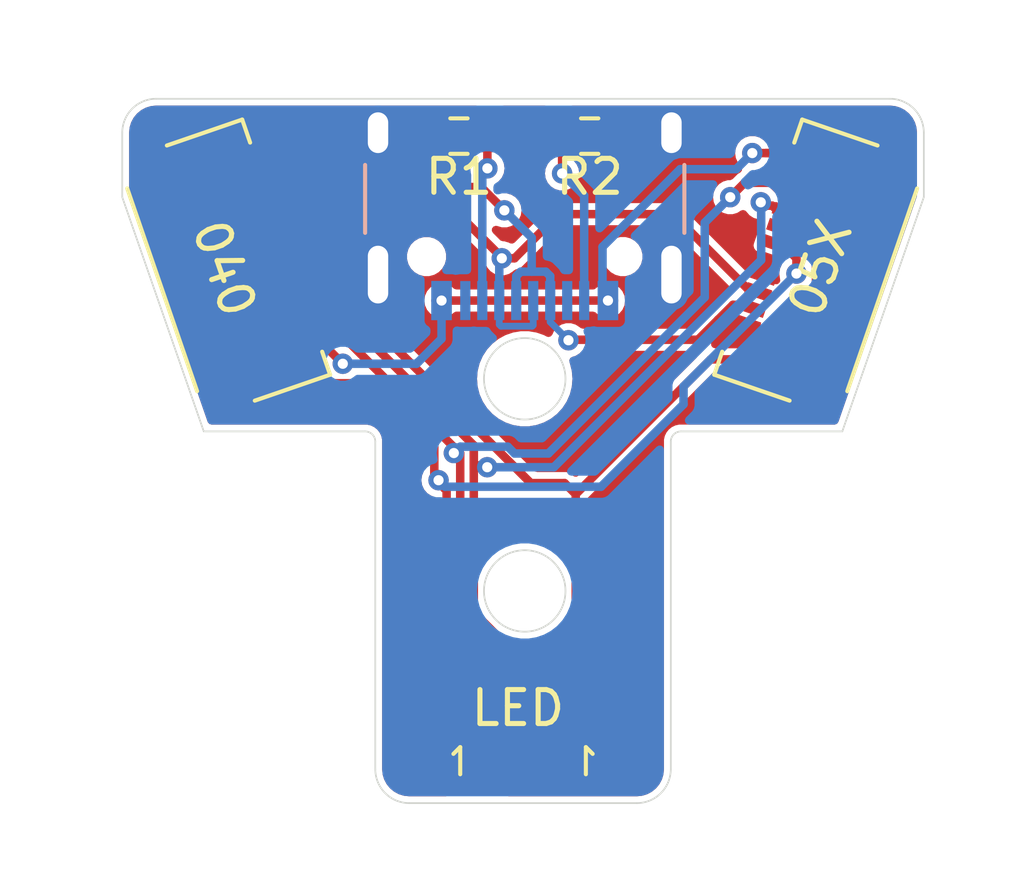
<source format=kicad_pcb>
(kicad_pcb (version 20241229) (generator "pcbnew") (generator_version "9.0")
  (layers (0 "F.Cu" signal) (2 "B.Cu" signal) (13 "F.Paste" user) (15 "B.Paste" user) (5 "F.SilkS" user "F.Silkscreen") (7 "B.SilkS" user "B.Silkscreen") (1 "F.Mask" user) (3 "B.Mask" user) (25 "Edge.Cuts" user))
  (net 0 "")
  (net 1 "GND")
  (net 2 "/vcc")
  (net 3 "Net-(J1-PadB8)")
  (net 4 "Net-(J1-PadA5)")
  (net 5 "/d-")
  (net 6 "/d+")
  (net 7 "Net-(J1-PadA8)")
  (net 8 "Net-(J1-PadB5)")
  (net 9 "Net-(D1-Pad1)")
  (net 10 "Net-(D1-Pad2)")
  (net 11 "Net-(D1-Pad3)")
  (net 12 "Net-(D1-Pad4)")
  (net 13 "Net-(J2-Pad4)")
  (net 14 "Net-(J2-Pad3)")
  (net 15 "Net-(J3-Pad3)")
  (net 16 "Net-(J3-Pad4)")
  (footprint "Resistor_SMD:R_0603_1608Metric_Pad0.98x0.95mm_HandSolder" (layer "F.Cu") (at 140.5125 66.1 180)
    (property "Reference" "R2" (at 0 -1.2 0) (layer "F.SilkS"))
    (property "Value" "5.1k")
    (fp_line (start -0.254724 0.5225) (end 0.254724 0.5225) (stroke (width 0.12)) (layer "F.SilkS"))
    (fp_line (start -0.254724 -0.5225) (end 0.254724 -0.5225) (stroke (width 0.12)) (layer "F.SilkS"))
    (pad "1" smd roundrect (at -0.9125 0 180) (size 0.975 0.95) (layers "F.Cu" "F.Mask" "F.Paste") (net 1 "GND"))
    (pad "2" smd roundrect (at 0.9125 0 180) (size 0.975 0.95) (layers "F.Cu" "F.Mask" "F.Paste") (net 8 "Net-(J1-PadB5)"))
  )
  (footprint "MSL0601RGBU1:LED_MSL0601RGBU1" (layer "F.Cu") (at 138.4 84.5)
    (property "Reference" "D1" (hide yes))
    (property "Value" "LED" (at 0 -1.55 0) (layer "F.SilkS"))
    (fp_line (start -1.7 -0.4) (end -1.9 -0.2) (stroke (width 0.12)) (layer "F.SilkS"))
    (fp_line (start -1.7 -0.4) (end -1.7 0.4) (stroke (width 0.12)) (layer "F.SilkS"))
    (fp_line (start 2 -0.4) (end 2 0.4) (stroke (width 0.12)) (layer "F.SilkS"))
    (fp_line (start 2 -0.4) (end 2.2 -0.2) (stroke (width 0.12)) (layer "F.SilkS"))
    (pad "1" smd rect (at -1.2 0) (size 0.6 0.85) (layers "F.Cu" "F.Mask" "F.Paste") (net 9 "Net-(D1-Pad1)"))
    (pad "2" smd rect (at -0.3 0) (size 0.6 0.85) (layers "F.Cu" "F.Mask" "F.Paste") (net 10 "Net-(D1-Pad2)"))
    (pad "3" smd rect (at 0.6 0) (size 0.6 0.85) (layers "F.Cu" "F.Mask" "F.Paste") (net 11 "Net-(D1-Pad3)"))
    (pad "4" smd rect (at 1.5 0) (size 0.6 0.85) (layers "F.Cu" "F.Mask" "F.Paste") (net 12 "Net-(D1-Pad4)"))
  )
  (footprint "Molex 503480-1200:503480-1200" (layer "F.Cu") (at 129.75 70 -71)
    (property "Reference" "J2" (hide yes))
    (property "Value" "040" (at 0 0 289) (layer "F.SilkS"))
    (fp_line (start -3.1585 1.9304) (end 3.1585 1.9304) (stroke (width 0.12)) (layer "F.SilkS"))
    (fp_line (start -3.9751 -1.9304) (end -3.9751 0.41492) (stroke (width 0.12)) (layer "F.SilkS"))
    (fp_line (start -3.257345 -1.9304) (end -3.9751 -1.9304) (stroke (width 0.12)) (layer "F.SilkS"))
    (fp_line (start 3.9751 0.414919) (end 3.9751 -1.9304) (stroke (width 0.12)) (layer "F.SilkS"))
    (fp_line (start 3.9751 -1.9304) (end 3.257345 -1.9304) (stroke (width 0.12)) (layer "F.SilkS"))
    (pad "1" smd rect (at -2.75 -1.5034 289) (size 0.3556 0.762) (layers "F.Cu" "F.Mask" "F.Paste") (net 1 "GND"))
    (pad "2" smd rect (at -2.250001 -1.5034 289) (size 0.3556 0.762) (layers "F.Cu" "F.Mask" "F.Paste") (net 1 "GND"))
    (pad "3" smd rect (at -1.749999 -1.5034 289) (size 0.3556 0.762) (layers "F.Cu" "F.Mask" "F.Paste") (net 14 "Net-(J2-Pad3)"))
    (pad "4" smd rect (at -1.25 -1.503399 289) (size 0.3556 0.762) (layers "F.Cu" "F.Mask" "F.Paste") (net 13 "Net-(J2-Pad4)"))
    (pad "5" smd rect (at -0.750001 -1.5034 289) (size 0.3556 0.762) (layers "F.Cu" "F.Mask" "F.Paste") (net 1 "GND"))
    (pad "6" smd rect (at -0.25 -1.5034 289) (size 0.3556 0.762) (layers "F.Cu" "F.Mask" "F.Paste") (net 1 "GND"))
    (pad "7" smd rect (at 0.25 -1.5034 289) (size 0.3556 0.762) (layers "F.Cu" "F.Mask" "F.Paste") (net 10 "Net-(D1-Pad2)"))
    (pad "8" smd rect (at 0.750001 -1.5034 289) (size 0.3556 0.762) (layers "F.Cu" "F.Mask" "F.Paste") (net 12 "Net-(D1-Pad4)"))
    (pad "9" smd rect (at 1.25 -1.5034 289) (size 0.3556 0.762) (layers "F.Cu" "F.Mask" "F.Paste") (net 11 "Net-(D1-Pad3)"))
    (pad "10" smd rect (at 1.749999 -1.503401 289) (size 0.3556 0.762) (layers "F.Cu" "F.Mask" "F.Paste") (net 9 "Net-(D1-Pad1)"))
    (pad "11" smd rect (at 2.250001 -1.5034 289) (size 0.3556 0.762) (layers "F.Cu" "F.Mask" "F.Paste") (net 2 "/vcc"))
    (pad "12" smd rect (at 2.75 -1.5034 289) (size 0.3556 0.762) (layers "F.Cu" "F.Mask" "F.Paste") (net 2 "/vcc"))
    (pad "13" smd rect (at -3.540001 1.1466 289) (size 0.3556 1.0414) (layers "F.Cu" "F.Mask" "F.Paste") (net 1 "GND"))
    (pad "14" smd rect (at 3.540001 1.1466 289) (size 0.3556 1.0414) (layers "F.Cu" "F.Mask" "F.Paste") (net 1 "GND"))
  )
  (footprint "Molex 503480-1200:503480-1200" (layer "F.Cu") (at 147.3 70 71)
    (property "Reference" "J3" (hide yes))
    (property "Value" "05X" (at 0 0 71) (layer "F.SilkS"))
    (fp_line (start -3.9751 -1.9304) (end -3.9751 0.414919) (stroke (width 0.12)) (layer "F.SilkS"))
    (fp_line (start -3.257345 -1.9304) (end -3.9751 -1.9304) (stroke (width 0.12)) (layer "F.SilkS"))
    (fp_line (start 3.9751 -1.9304) (end 3.257345 -1.9304) (stroke (width 0.12)) (layer "F.SilkS"))
    (fp_line (start -3.1585 1.9304) (end 3.1585 1.9304) (stroke (width 0.12)) (layer "F.SilkS"))
    (fp_line (start 3.9751 0.41492) (end 3.9751 -1.9304) (stroke (width 0.12)) (layer "F.SilkS"))
    (pad "1" smd rect (at -2.75 -1.5034 71) (size 0.3556 0.762) (layers "F.Cu" "F.Mask" "F.Paste") (net 1 "GND"))
    (pad "2" smd rect (at -2.250001 -1.5034 71) (size 0.3556 0.762) (layers "F.Cu" "F.Mask" "F.Paste") (net 1 "GND"))
    (pad "3" smd rect (at -1.749999 -1.503401 71) (size 0.3556 0.762) (layers "F.Cu" "F.Mask" "F.Paste") (net 15 "Net-(J3-Pad3)"))
    (pad "4" smd rect (at -1.25 -1.5034 71) (size 0.3556 0.762) (layers "F.Cu" "F.Mask" "F.Paste") (net 16 "Net-(J3-Pad4)"))
    (pad "5" smd rect (at -0.750001 -1.5034 71) (size 0.3556 0.762) (layers "F.Cu" "F.Mask" "F.Paste") (net 1 "GND"))
    (pad "6" smd rect (at -0.25 -1.5034 71) (size 0.3556 0.762) (layers "F.Cu" "F.Mask" "F.Paste") (net 1 "GND"))
    (pad "7" smd rect (at 0.25 -1.5034 71) (size 0.3556 0.762) (layers "F.Cu" "F.Mask" "F.Paste") (net 10 "Net-(D1-Pad2)"))
    (pad "8" smd rect (at 0.750001 -1.5034 71) (size 0.3556 0.762) (layers "F.Cu" "F.Mask" "F.Paste") (net 12 "Net-(D1-Pad4)"))
    (pad "9" smd rect (at 1.25 -1.503399 71) (size 0.3556 0.762) (layers "F.Cu" "F.Mask" "F.Paste") (net 11 "Net-(D1-Pad3)"))
    (pad "10" smd rect (at 1.749999 -1.5034 71) (size 0.3556 0.762) (layers "F.Cu" "F.Mask" "F.Paste") (net 9 "Net-(D1-Pad1)"))
    (pad "11" smd rect (at 2.250001 -1.5034 71) (size 0.3556 0.762) (layers "F.Cu" "F.Mask" "F.Paste") (net 2 "/vcc"))
    (pad "12" smd rect (at 2.75 -1.5034 71) (size 0.3556 0.762) (layers "F.Cu" "F.Mask" "F.Paste") (net 2 "/vcc"))
    (pad "13" smd rect (at -3.540001 1.1466 71) (size 0.3556 1.0414) (layers "F.Cu" "F.Mask" "F.Paste") (net 1 "GND"))
    (pad "14" smd rect (at 3.540001 1.1466 71) (size 0.3556 1.0414) (layers "F.Cu" "F.Mask" "F.Paste") (net 1 "GND"))
  )
  (footprint "Resistor_SMD:R_0603_1608Metric_Pad0.98x0.95mm_HandSolder" (layer "F.Cu") (at 136.6625 66.1 180)
    (property "Reference" "R1" (at 0 -1.2 0) (layer "F.SilkS"))
    (property "Value" "5.1k")
    (fp_line (start -0.254724 0.5225) (end 0.254724 0.5225) (stroke (width 0.12)) (layer "F.SilkS"))
    (fp_line (start -0.254724 -0.5225) (end 0.254724 -0.5225) (stroke (width 0.12)) (layer "F.SilkS"))
    (pad "1" smd roundrect (at -0.9125 0 180) (size 0.975 0.95) (layers "F.Cu" "F.Mask" "F.Paste") (net 4 "Net-(J1-PadA5)"))
    (pad "2" smd roundrect (at 0.9125 0 180) (size 0.975 0.95) (layers "F.Cu" "F.Mask" "F.Paste") (net 1 "GND"))
  )
  (footprint "Connector_USB:USB_C_Receptacle_HRO_TYPE-C-31-M-12" (layer "B.Cu") (at 138.6 67.05)
    (property "Reference" "J1" (hide yes))
    (property "Value" "USB" (hide yes))
    (fp_line (start -4.7 1.9) (end -4.7 -0.1) (stroke (width 0.12)) (layer "B.SilkS"))
    (fp_line (start 4.7 1.9) (end 4.7 -0.1) (stroke (width 0.12)) (layer "B.SilkS"))
    (pad "" np_thru_hole circle (at -2.89 2.6) (size 0.65 0.65) (drill 0.65) (layers "*.Cu" "*.Mask"))
    (pad "" np_thru_hole circle (at 2.89 2.6) (size 0.65 0.65) (drill 0.65) (layers "*.Cu" "*.Mask"))
    (pad "A1" smd rect (at -3.25 3.895) (size 0.6 1.15) (layers "B.Cu" "B.Mask" "B.Paste") (net 1 "GND"))
    (pad "A4" smd rect (at -2.45 3.895) (size 0.6 1.15) (layers "B.Cu" "B.Mask" "B.Paste") (net 2 "/vcc"))
    (pad "A5" smd rect (at -1.25 3.895) (size 0.3 1.15) (layers "B.Cu" "B.Mask" "B.Paste") (net 4 "Net-(J1-PadA5)"))
    (pad "A6" smd rect (at -0.25 3.895) (size 0.3 1.15) (layers "B.Cu" "B.Mask" "B.Paste") (net 6 "/d+"))
    (pad "A7" smd rect (at 0.25 3.895) (size 0.3 1.15) (layers "B.Cu" "B.Mask" "B.Paste") (net 5 "/d-"))
    (pad "A8" smd rect (at 1.25 3.895) (size 0.3 1.15) (layers "B.Cu" "B.Mask" "B.Paste") (net 7 "Net-(J1-PadA8)"))
    (pad "A9" smd rect (at 2.45 3.895) (size 0.6 1.15) (layers "B.Cu" "B.Mask" "B.Paste") (net 2 "/vcc"))
    (pad "A12" smd rect (at 3.25 3.895) (size 0.6 1.15) (layers "B.Cu" "B.Mask" "B.Paste") (net 1 "GND"))
    (pad "B1" smd rect (at 3.25 3.895) (size 0.6 1.15) (layers "B.Cu" "B.Mask" "B.Paste") (net 1 "GND"))
    (pad "B4" smd rect (at 2.45 3.895) (size 0.6 1.15) (layers "B.Cu" "B.Mask" "B.Paste") (net 2 "/vcc"))
    (pad "B5" smd rect (at 1.75 3.895) (size 0.3 1.15) (layers "B.Cu" "B.Mask" "B.Paste") (net 8 "Net-(J1-PadB5)"))
    (pad "B6" smd rect (at 0.75 3.895) (size 0.3 1.15) (layers "B.Cu" "B.Mask" "B.Paste") (net 6 "/d+"))
    (pad "B7" smd rect (at -0.75 3.895) (size 0.3 1.15) (layers "B.Cu" "B.Mask" "B.Paste") (net 5 "/d-"))
    (pad "B8" smd rect (at -1.75 3.895) (size 0.3 1.15) (layers "B.Cu" "B.Mask" "B.Paste") (net 3 "Net-(J1-PadB8)"))
    (pad "B9" smd rect (at -2.45 3.895) (size 0.6 1.15) (layers "B.Cu" "B.Mask" "B.Paste") (net 2 "/vcc"))
    (pad "B12" smd rect (at -3.25 3.895) (size 0.6 1.15) (layers "B.Cu" "B.Mask" "B.Paste") (net 1 "GND"))
    (pad "S1" thru_hole oval (at -4.32 -1.05) (size 1 1.6) (drill oval 0.6 1.2) (layers "*.Cu" "*.Mask") (net 1 "GND"))
    (pad "S1" thru_hole oval (at -4.32 3.13) (size 1 2.1) (drill oval 0.6 1.7) (layers "*.Cu" "*.Mask") (net 1 "GND"))
    (pad "S1" thru_hole oval (at 4.32 -1.05) (size 1 1.6) (drill oval 0.6 1.2) (layers "*.Cu" "*.Mask") (net 1 "GND"))
    (pad "S1" thru_hole oval (at 4.32 3.13) (size 1 2.1) (drill oval 0.6 1.7) (layers "*.Cu" "*.Mask") (net 1 "GND"))
  )
  (gr_line (start 147.950001 74.8) (end 143.2 74.8) (stroke (width 0.05)) (layer "Edge.Cuts"))
  (gr_line (start 147.950001 74.8) (end 150.35 67.9) (stroke (width 0.05)) (layer "Edge.Cuts"))
  (gr_circle (center 138.6 73.25) (end 139.8 73.25) (stroke (width 0.05)) (fill no) (layer "Edge.Cuts"))
  (gr_arc (start 149.35 65) (mid 150.057107 65.292893) (end 150.35 66) (stroke (width 0.05)) (layer "Edge.Cuts"))
  (gr_line (start 133.9 74.800001) (end 129.149999 74.800001) (stroke (width 0.05)) (layer "Edge.Cuts"))
  (gr_arc (start 126.75 66) (mid 127.042893 65.292893) (end 127.75 65) (stroke (width 0.05)) (layer "Edge.Cuts"))
  (gr_line (start 135.2 85.75) (end 141.9 85.75) (stroke (width 0.05)) (layer "Edge.Cuts"))
  (gr_line (start 149.35 65) (end 127.75 65) (stroke (width 0.05)) (layer "Edge.Cuts"))
  (gr_line (start 150.35 66) (end 150.35 67.9) (stroke (width 0.05)) (layer "Edge.Cuts"))
  (gr_arc (start 142.9 84.75) (mid 142.607107 85.457107) (end 141.9 85.75) (stroke (width 0.05)) (layer "Edge.Cuts"))
  (gr_line (start 142.9 84.75) (end 142.9 75.1) (stroke (width 0.05)) (layer "Edge.Cuts"))
  (gr_arc (start 135.2 85.75) (mid 134.492893 85.457107) (end 134.2 84.75) (stroke (width 0.05)) (layer "Edge.Cuts"))
  (gr_line (start 129.149999 74.800001) (end 126.75 67.9) (stroke (width 0.05)) (layer "Edge.Cuts"))
  (gr_circle (center 138.6 79.5) (end 139.8 79.5) (stroke (width 0.05)) (fill no) (layer "Edge.Cuts"))
  (gr_arc (start 142.9 75.1) (mid 142.987868 74.887868) (end 143.2 74.8) (stroke (width 0.05)) (layer "Edge.Cuts"))
  (gr_arc (start 133.9 74.8) (mid 134.112132 74.887868) (end 134.2 75.1) (stroke (width 0.05)) (layer "Edge.Cuts"))
  (gr_line (start 134.2 75.1) (end 134.2 84.75) (stroke (width 0.05)) (layer "Edge.Cuts"))
  (gr_line (start 126.75 66) (end 126.75 67.9) (stroke (width 0.05)) (layer "Edge.Cuts"))
  (segment (start 145.3 66.6) (end 145.7 66.6) (width 0.25) (layer "F.Cu") (net 2))
  (segment (start 146.611036 67.383123) (end 145.827913 66.6) (width 0.25) (layer "F.Cu") (net 2))
  (segment (start 141.05 70.945) (end 136.15 70.945) (width 0.25) (layer "F.Cu") (net 2))
  (segment (start 132.848015 72.351985) (end 132.606747 72.110717) (width 0.25) (layer "F.Cu") (net 2))
  (segment (start 132.133989 71.637959) (end 132.848015 72.351985) (width 0.25) (layer "F.Cu") (net 2))
  (segment (start 132.606747 72.110717) (end 132.066805 72.110717) (width 0.25) (layer "F.Cu") (net 2))
  (segment (start 131.904021 71.637959) (end 132.133989 71.637959) (width 0.25) (layer "F.Cu") (net 2))
  (segment (start 146.463455 66.6) (end 146.77382 66.910365) (width 0.25) (layer "F.Cu") (net 2))
  (segment (start 145.3 66.6) (end 145.3 66.6) (width 0.25) (layer "F.Cu") (net 2))
  (segment (start 145.7 66.6) (end 146.463455 66.6) (width 0.25) (layer "F.Cu") (net 2))
  (segment (start 132.848015 72.351985) (end 132.848015 72.411691) (width 0.25) (layer "F.Cu") (net 2))
  (segment (start 145.827913 66.6) (end 145.7 66.6) (width 0.25) (layer "F.Cu") (net 2))
  (segment (start 132.848015 72.411691) (end 133.243162 72.806838) (width 0.25) (layer "F.Cu") (net 2))
  (via (at 141.05 70.945) (size 0.6) (drill 0.3) (layers "F.Cu" "B.Cu") (net 2))
  (via (at 145.3 66.6) (size 0.6) (drill 0.3) (layers "F.Cu" "B.Cu") (net 2))
  (via (at 133.243162 72.806838) (size 0.6) (drill 0.3) (layers "F.Cu" "B.Cu") (net 2))
  (via (at 136.15 70.945) (size 0.6) (drill 0.3) (layers "F.Cu" "B.Cu") (net 2))
  (segment (start 140.889999 70.934999) (end 140.889999 69.361999) (width 0.25) (layer "B.Cu") (net 2))
  (segment (start 136.15 71.095) (end 136.15 72.07) (width 0.25) (layer "B.Cu") (net 2))
  (segment (start 144.82499 67.07501) (end 145.3 66.6) (width 0.25) (layer "B.Cu") (net 2))
  (segment (start 133.243162 72.806838) (end 135.413162 72.806838) (width 0.25) (layer "B.Cu") (net 2))
  (segment (start 143.176988 67.07501) (end 144.82499 67.07501) (width 0.25) (layer "B.Cu") (net 2))
  (segment (start 140.889999 69.361999) (end 143.176988 67.07501) (width 0.25) (layer "B.Cu") (net 2))
  (segment (start 135.413162 72.806838) (end 135.468015 72.751985) (width 0.25) (layer "B.Cu") (net 2))
  (segment (start 141.05 71.095) (end 140.889999 70.934999) (width 0.25) (layer "B.Cu") (net 2))
  (segment (start 136.15 72.07) (end 135.468015 72.751985) (width 0.25) (layer "B.Cu") (net 2))
  (segment (start 137.5 67.05) (end 137.5 66.175) (width 0.25) (layer "F.Cu") (net 4))
  (segment (start 137.5 66.175) (end 137.575 66.1) (width 0.25) (layer "F.Cu") (net 4))
  (via (at 137.5 67.05) (size 0.6) (drill 0.3) (layers "F.Cu" "B.Cu") (net 4))
  (segment (start 137.35 71.095) (end 137.35 67.25) (width 0.25) (layer "B.Cu") (net 4))
  (segment (start 137.35 67.25) (end 137.35 67.2) (width 0.25) (layer "B.Cu") (net 4))
  (segment (start 137.35 67.2) (end 137.5 67.05) (width 0.25) (layer "B.Cu") (net 4))
  (segment (start 139.6 68.4) (end 141.5 68.4) (width 0.25) (layer "F.Cu") (net 5))
  (segment (start 138.3 69.7) (end 139.6 68.4) (width 0.25) (layer "F.Cu") (net 5))
  (segment (start 137.825 69.7) (end 138.3 69.7) (width 0.25) (layer "F.Cu") (net 5))
  (via (at 137.925 69.7) (size 0.6) (drill 0.3) (layers "F.Cu" "B.Cu") (net 5))
  (segment (start 137.85 71.095) (end 137.85 69.775) (width 0.25) (layer "B.Cu") (net 5))
  (segment (start 138.82 71.7) (end 138.85 71.67) (width 0.2) (layer "B.Cu") (net 5))
  (segment (start 138.85 71.67) (end 138.85 70.945) (width 0.2) (layer "B.Cu") (net 5))
  (segment (start 137.85 69.775) (end 137.925 69.7) (width 0.25) (layer "B.Cu") (net 5))
  (segment (start 137.85 70.945) (end 137.85 71.65) (width 0.2) (layer "B.Cu") (net 5))
  (segment (start 137.9 71.7) (end 138.82 71.7) (width 0.2) (layer "B.Cu") (net 5))
  (segment (start 137.85 71.65) (end 137.9 71.7) (width 0.2) (layer "B.Cu") (net 5))
  (segment (start 134.05 67.6) (end 137.3123 67.6) (width 0.25) (layer "F.Cu") (net 6))
  (segment (start 137.3123 67.6) (end 138 68.2877) (width 0.25) (layer "F.Cu") (net 6))
  (via (at 138 68.2877) (size 0.6) (drill 0.3) (layers "F.Cu" "B.Cu") (net 6))
  (via (at 139.887422 72.114407) (size 0.6) (drill 0.3) (layers "F.Cu" "B.Cu") (net 6))
  (segment (start 139.887422 72.114407) (end 139.35 71.576985) (width 0.2) (layer "B.Cu") (net 6))
  (segment (start 138.479999 70.094999) (end 138.805001 70.094999) (width 0.25) (layer "B.Cu") (net 6))
  (segment (start 139.220001 70.094999) (end 139.35 70.224998) (width 0.25) (layer "B.Cu") (net 6))
  (segment (start 138.805001 70.094999) (end 138.805001 69.092701) (width 0.25) (layer "B.Cu") (net 6))
  (segment (start 138.805001 70.094999) (end 139.220001 70.094999) (width 0.25) (layer "B.Cu") (net 6))
  (segment (start 139.35 70.224998) (end 139.35 71.095) (width 0.25) (layer "B.Cu") (net 6))
  (segment (start 138.35 70.224998) (end 138.479999 70.094999) (width 0.25) (layer "B.Cu") (net 6))
  (segment (start 139.35 71.576985) (end 139.35 70.945) (width 0.2) (layer "B.Cu") (net 6))
  (segment (start 138.35 71.095) (end 138.35 70.224998) (width 0.25) (layer "B.Cu") (net 6))
  (segment (start 138.805001 69.092701) (end 138 68.2877) (width 0.25) (layer "B.Cu") (net 6))
  (segment (start 139.7 67.2) (end 139.7 66.2) (width 0.25) (layer "F.Cu") (net 8))
  (segment (start 139.7 66.2) (end 139.6 66.1) (width 0.25) (layer "F.Cu") (net 8))
  (segment (start 139.7 67.2) (end 139.7 67.2) (width 0.25) (layer "F.Cu") (net 8))
  (via (at 139.7 67.2) (size 0.6) (drill 0.3) (layers "F.Cu" "B.Cu") (net 8))
  (segment (start 140.35 67.85) (end 139.7 67.2) (width 0.25) (layer "B.Cu") (net 8))
  (segment (start 140.35 71.095) (end 140.35 67.85) (width 0.25) (layer "B.Cu") (net 8))
  (segment (start 132.320292 71.070794) (end 136.69999 75.450492) (width 0.25) (layer "F.Cu") (net 9))
  (segment (start 136.69999 75.450492) (end 136.525592 75.450492) (width 0.25) (layer "F.Cu") (net 9))
  (segment (start 145.075001 67.474999) (end 144.65 67.9) (width 0.25) (layer "F.Cu") (net 9))
  (segment (start 145.926789 67.55) (end 145.851788 67.474999) (width 0.25) (layer "F.Cu") (net 9))
  (segment (start 145.926789 67.55) (end 146.138267 67.761478) (width 0.25) (layer "F.Cu") (net 9))
  (segment (start 136.525592 75.450492) (end 136.51255 75.43745) (width 0.25) (layer "F.Cu") (net 9))
  (segment (start 136.69999 75.450492) (end 136.69999 83.99999) (width 0.25) (layer "F.Cu") (net 9))
  (segment (start 145.851788 67.474999) (end 145.075001 67.474999) (width 0.25) (layer "F.Cu") (net 9))
  (segment (start 132.051222 71.070794) (end 132.320292 71.070794) (width 0.25) (layer "F.Cu") (net 9))
  (segment (start 136.69999 83.99999) (end 137.2 84.5) (width 0.25) (layer "F.Cu") (net 9))
  (via (at 144.65 67.9) (size 0.6) (drill 0.3) (layers "F.Cu" "B.Cu") (net 9))
  (via (at 136.51255 75.43745) (size 0.6) (drill 0.3) (layers "F.Cu" "B.Cu") (net 9))
  (segment (start 138.1 75.25) (end 136.7 75.25) (width 0.25) (layer "B.Cu") (net 9))
  (segment (start 144.65 67.9) (end 143.9 68.65) (width 0.25) (layer "B.Cu") (net 9))
  (segment (start 139.296029 75.45) (end 138.3 75.45) (width 0.25) (layer "B.Cu") (net 9))
  (segment (start 143.9 68.65) (end 143.9 70.846029) (width 0.25) (layer "B.Cu") (net 9))
  (segment (start 143.9 70.846029) (end 139.296029 75.45) (width 0.25) (layer "B.Cu") (net 9))
  (segment (start 138.3 75.45) (end 138.1 75.25) (width 0.25) (layer "B.Cu") (net 9))
  (segment (start 136.7 75.25) (end 136.51255 75.43745) (width 0.25) (layer "B.Cu") (net 9))
  (segment (start 136.062138 76.237862) (end 136.29998 76.475703) (width 0.25) (layer "F.Cu") (net 10))
  (segment (start 135.937549 76.113273) (end 136.062138 76.237862) (width 0.25) (layer "F.Cu") (net 10))
  (segment (start 136.29998 84.819982) (end 136.679999 85.200001) (width 0.25) (layer "F.Cu") (net 10))
  (segment (start 146.600001 69.698682) (end 146.269885 69.368566) (width 0.25) (layer "F.Cu") (net 10))
  (segment (start 136.679999 85.200001) (end 137.720001 85.200001) (width 0.25) (layer "F.Cu") (net 10))
  (segment (start 134.065639 73.381839) (end 135.937549 75.253749) (width 0.25) (layer "F.Cu") (net 10))
  (segment (start 135.937549 75.253749) (end 135.937549 76.113273) (width 0.25) (layer "F.Cu") (net 10))
  (segment (start 136.29998 76.475703) (end 136.22499 76.475703) (width 0.25) (layer "F.Cu") (net 10))
  (segment (start 130.72253 71.749878) (end 132.354491 73.381839) (width 0.25) (layer "F.Cu") (net 10))
  (segment (start 132.354491 73.381839) (end 134.065639 73.381839) (width 0.25) (layer "F.Cu") (net 10))
  (segment (start 138.1 84.820002) (end 138.1 84.5) (width 0.25) (layer "F.Cu") (net 10))
  (segment (start 146.600001 70.15) (end 146.600001 69.698682) (width 0.25) (layer "F.Cu") (net 10))
  (segment (start 136.29998 76.475703) (end 136.29998 84.819982) (width 0.25) (layer "F.Cu") (net 10))
  (segment (start 130.9429 69.841326) (end 130.72253 70.061696) (width 0.25) (layer "F.Cu") (net 10))
  (segment (start 130.72253 70.061696) (end 130.72253 71.749878) (width 0.25) (layer "F.Cu") (net 10))
  (segment (start 137.720001 85.200001) (end 138.1 84.820002) (width 0.25) (layer "F.Cu") (net 10))
  (via (at 146.600001 70.15) (size 0.6) (drill 0.3) (layers "F.Cu" "B.Cu") (net 10))
  (via (at 136.062138 76.237862) (size 0.6) (drill 0.3) (layers "F.Cu" "B.Cu") (net 10))
  (segment (start 146.600001 70.15) (end 143.275733 73.474268) (width 0.25) (layer "B.Cu") (net 10))
  (segment (start 143.275733 73.999989) (end 140.84612 76.429602) (width 0.25) (layer "B.Cu") (net 10))
  (segment (start 136.253878 76.429602) (end 136.062138 76.237862) (width 0.25) (layer "B.Cu") (net 10))
  (segment (start 143.275733 73.474268) (end 143.275733 73.999989) (width 0.25) (layer "B.Cu") (net 10))
  (segment (start 140.84612 76.429602) (end 136.253878 76.429602) (width 0.25) (layer "B.Cu") (net 10))
  (segment (start 137.1 75.211727) (end 132.388273 70.5) (width 0.25) (layer "F.Cu") (net 11))
  (segment (start 139 82.030259) (end 139 84.5) (width 0.25) (layer "F.Cu") (net 11))
  (segment (start 137.1 80.130259) (end 139 82.030259) (width 0.25) (layer "F.Cu") (net 11))
  (segment (start 145.65 68.15) (end 145.891243 68.15) (width 0.25) (layer "F.Cu") (net 11))
  (segment (start 137.1 80.130259) (end 137.1 75.8) (width 0.25) (layer "F.Cu") (net 11))
  (segment (start 137.1 75.661584) (end 137.1 75.9) (width 0.25) (layer "F.Cu") (net 11))
  (segment (start 137.1 75.211727) (end 137.1 75.661584) (width 0.25) (layer "F.Cu") (net 11))
  (segment (start 145.891243 68.15) (end 145.975479 68.234236) (width 0.25) (layer "F.Cu") (net 11))
  (segment (start 137.1 75.8) (end 137.1 75.211727) (width 0.25) (layer "F.Cu") (net 11))
  (segment (start 131.986474 70.5) (end 131.888442 70.598032) (width 0.25) (layer "F.Cu") (net 11))
  (segment (start 132.388273 70.5) (end 131.986474 70.5) (width 0.25) (layer "F.Cu") (net 11))
  (segment (start 145.55 68.05) (end 145.65 68.15) (width 0.25) (layer "F.Cu") (net 11))
  (segment (start 137.440798 75.8) (end 137.495399 75.854601) (width 0.25) (layer "F.Cu") (net 11))
  (segment (start 137.1 75.8) (end 137.440798 75.8) (width 0.25) (layer "F.Cu") (net 11))
  (via (at 145.55 68.05) (size 0.6) (drill 0.3) (layers "F.Cu" "B.Cu") (net 11))
  (via (at 137.495399 75.854601) (size 0.6) (drill 0.3) (layers "F.Cu" "B.Cu") (net 11))
  (segment (start 145.560876 68.060876) (end 145.55 68.05) (width 0.25) (layer "B.Cu") (net 11))
  (segment (start 145.560876 69.750852) (end 145.560876 68.060876) (width 0.25) (layer "B.Cu") (net 11))
  (segment (start 139.457127 75.854601) (end 145.560876 69.750852) (width 0.25) (layer "B.Cu") (net 11))
  (segment (start 137.495399 75.854601) (end 139.457127 75.854601) (width 0.25) (layer "B.Cu") (net 11))
  (segment (start 138.776986 76.323014) (end 139.774868 76.323014) (width 0.25) (layer "F.Cu") (net 12))
  (segment (start 140 84.5) (end 140.100927 84.399073) (width 0.25) (layer "F.Cu") (net 12))
  (segment (start 140.100927 84.299073) (end 139.9 84.5) (width 0.25) (layer "F.Cu") (net 12))
  (segment (start 139.774868 76.323014) (end 140.100927 76.649073) (width 0.25) (layer "F.Cu") (net 12))
  (segment (start 144.072118 72.677882) (end 145.399466 72.677882) (width 0.25) (layer "F.Cu") (net 12))
  (segment (start 147.175001 70.902347) (end 147.175001 69.321999) (width 0.25) (layer "F.Cu") (net 12))
  (segment (start 140.100927 77.646956) (end 140.100927 84.299073) (width 0.25) (layer "F.Cu") (net 12))
  (segment (start 131.750929 70.1) (end 131.725655 70.125274) (width 0.25) (layer "F.Cu") (net 12))
  (segment (start 132.553971 70.1) (end 138.776986 76.323014) (width 0.25) (layer "F.Cu") (net 12))
  (segment (start 145.399466 72.677882) (end 147.175001 70.902347) (width 0.25) (layer "F.Cu") (net 12))
  (segment (start 132.553971 70.1) (end 131.750929 70.1) (width 0.25) (layer "F.Cu") (net 12))
  (segment (start 146.701739 68.895808) (end 146.43267 68.895808) (width 0.25) (layer "F.Cu") (net 12))
  (segment (start 147.175001 69.321999) (end 146.725275 68.872272) (width 0.25) (layer "F.Cu") (net 12))
  (segment (start 140.100927 76.649073) (end 144.072118 72.677882) (width 0.25) (layer "F.Cu") (net 12))
  (segment (start 140.100927 77.646956) (end 140.100927 76.649073) (width 0.25) (layer "F.Cu") (net 12))
  (segment (start 146.725275 68.872272) (end 146.701739 68.895808) (width 0.25) (layer "F.Cu") (net 12))
  (segment (start 131.074521 68.234236) (end 131.715764 68.234236) (width 0.25) (layer "F.Cu") (net 13))
  (segment (start 131.715764 68.234236) (end 131.9 68.05) (width 0.25) (layer "F.Cu") (net 13))
  (segment (start 131.9 68.05) (end 136.3 68.05) (width 0.25) (layer "F.Cu") (net 13))
  (segment (start 136.3 68.05) (end 137.9 69.65) (width 0.25) (layer "F.Cu") (net 13))
  (segment (start 131.073211 67.6) (end 130.911733 67.761478) (width 0.25) (layer "F.Cu") (net 14))
  (segment (start 132.225 67.6) (end 131.073211 67.6) (width 0.25) (layer "F.Cu") (net 14))
  (segment (start 132.225 67.6) (end 134.05 67.6) (width 0.25) (layer "F.Cu") (net 14))
  (segment (start 144.29499 71.50501) (end 143.7 72.1) (width 0.25) (layer "F.Cu") (net 15))
  (segment (start 144.729708 71.070794) (end 144.295492 71.50501) (width 0.25) (layer "F.Cu") (net 15))
  (segment (start 144.295492 71.50501) (end 144.29499 71.50501) (width 0.25) (layer "F.Cu") (net 15))
  (segment (start 144.998778 71.070794) (end 144.729708 71.070794) (width 0.25) (layer "F.Cu") (net 15))
  (segment (start 143.7 72.1) (end 139.9 72.1) (width 0.25) (layer "F.Cu") (net 15))
  (segment (start 142.963526 68.4) (end 143.418516 68.85499) (width 0.25) (layer "F.Cu") (net 16))
  (segment (start 141.425 68.4) (end 142.963526 68.4) (width 0.25) (layer "F.Cu") (net 16))
  (segment (start 143.418516 68.85499) (end 145.161558 70.598032) (width 0.25) (layer "F.Cu") (net 16))
  (zone (net 1) (net_name "GND") (layer "F.Cu") (connect_pads yes (clearance 0.2)) (min_thickness 0.25) (fill yes (thermal_gap 0.2) (thermal_bridge_width 0.5))
    (polygon (pts (xy 152.75 63.745514) (xy 147.55 88.5) (xy 128.85 88.3) (xy 123.15 63.8)))
  )
  (zone (net 1) (net_name "GND") (layer "B.Cu") (connect_pads yes (clearance 0.2)) (min_thickness 0.25) (fill yes (thermal_gap 0.2) (thermal_bridge_width 0.5))
    (polygon (pts (xy 148.1 88.05) (xy 129.35 87.85) (xy 123.6 63.3) (xy 153.3 63.25)))
  )
)
</source>
